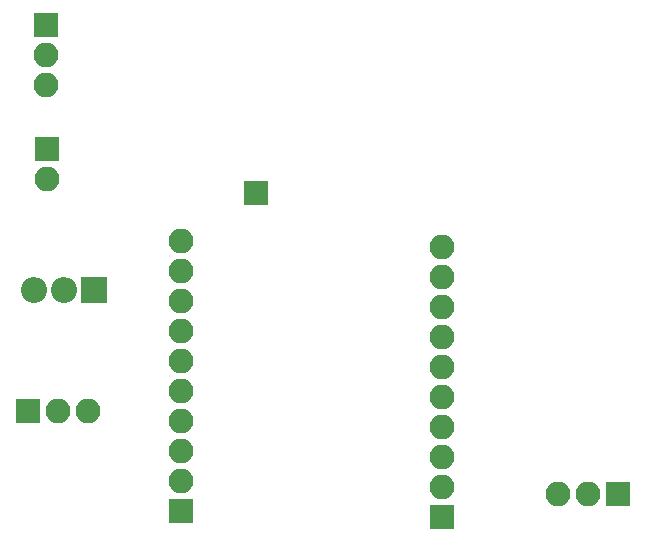
<source format=gbs>
G04 #@! TF.FileFunction,Soldermask,Bot*
%FSLAX46Y46*%
G04 Gerber Fmt 4.6, Leading zero omitted, Abs format (unit mm)*
G04 Created by KiCad (PCBNEW 4.0.7) date 11/28/17 14:48:26*
%MOMM*%
%LPD*%
G01*
G04 APERTURE LIST*
%ADD10C,0.100000*%
%ADD11R,2.100000X2.100000*%
%ADD12O,2.100000X2.100000*%
%ADD13R,2.200000X2.200000*%
%ADD14O,2.200000X2.200000*%
G04 APERTURE END LIST*
D10*
D11*
X116468359Y-96889499D03*
D12*
X116468359Y-99429499D03*
X116468359Y-101969499D03*
D11*
X114884200Y-129552700D03*
D12*
X117424200Y-129552700D03*
X119964200Y-129552700D03*
D11*
X149936200Y-138493500D03*
D12*
X149936200Y-135953500D03*
X149936200Y-133413500D03*
X149936200Y-130873500D03*
X149936200Y-128333500D03*
X149936200Y-125793500D03*
X149936200Y-123253500D03*
X149936200Y-120713500D03*
X149936200Y-118173500D03*
X149936200Y-115633500D03*
D11*
X164846000Y-136588500D03*
D12*
X162306000Y-136588500D03*
X159766000Y-136588500D03*
D11*
X116532859Y-107381999D03*
D12*
X116532859Y-109921999D03*
D11*
X127838200Y-138010900D03*
D12*
X127838200Y-135470900D03*
X127838200Y-132930900D03*
X127838200Y-130390900D03*
X127838200Y-127850900D03*
X127838200Y-125310900D03*
X127838200Y-122770900D03*
X127838200Y-120230900D03*
X127838200Y-117690900D03*
X127838200Y-115150900D03*
D11*
X134175500Y-111061500D03*
D13*
X120472200Y-119265700D03*
D14*
X117932200Y-119265700D03*
X115392200Y-119265700D03*
M02*

</source>
